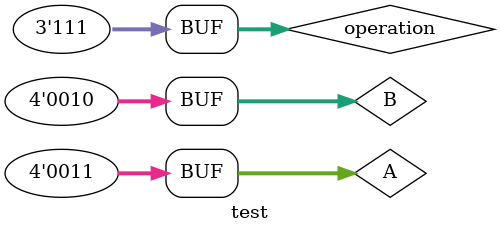
<source format=v>
module test;
	//input must be declared as reg
	//output must be declared as output
	
	reg [3:0] A, B; //input
	reg [2:0] operation; //input
	wire [3:0] result; //output
	
	ALU uut (A, B, operation, result);
	
	initial
		begin
		$dumpfile("dump.vcd");  $dumpvars(1, test);       
		                 // display the inputs and outputs
		    
				 $monitor( " %d %d  %d", A, B, result );
		
		//need a forloop to check 0 to 15 cases
			//for lab setting A and B for simplicity
			operation = 0; A = 3; B = 2;
			#10 operation = 1;
			#10 operation = 2;
			#10 operation = 3;
			#10 operation = 4;
			#10 operation = 5;
			#10 operation = 6;
			#10 operation = 7;
			
		end
endmodule
			

</source>
